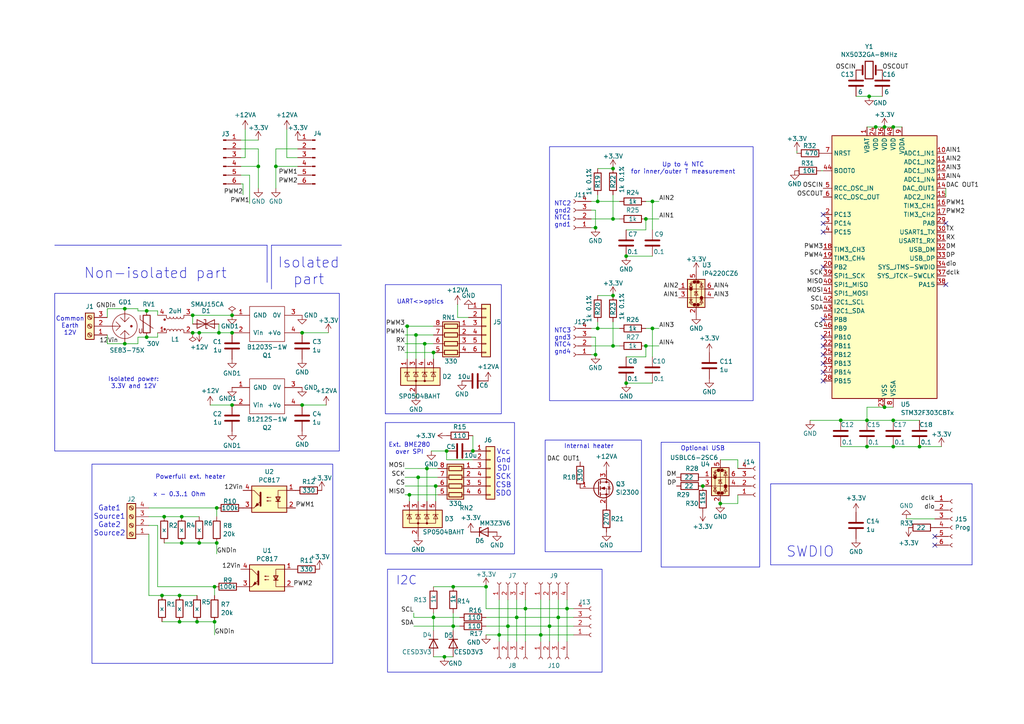
<source format=kicad_sch>
(kicad_sch (version 20250114) (generator "eeschema") (generator_version "9.0")
  (paper "A4")
  (rectangle (start 26.67 134.62) (end 96.52 192.405))
  (rectangle (start 15.875 85.09) (end 98.425 130.81))
  (rectangle (start 191.77 128.27) (end 220.345 164.465))
  (rectangle (start 112.395 165.1) (end 174.625 194.945))
  (rectangle (start 111.76 122.555) (end 149.225 160.655))
  (rectangle (start 158.115 127.635) (end 186.055 160.02))
  (rectangle (start 159.385 42.545) (end 218.44 116.205))
  (rectangle (start 111.76 82.55) (end 145.415 120.015))
  (text "Isolated power:\n3.3V and 12V" (at 38.735 111.125 0) (effects (font (size 1.27 1.27))))
  (text "x - 0.3..1 Ohm" (at 52.07 143.51 0) (effects (font (size 1.27 1.27))))
  (text "NTC2\ngnd2\nNTC1\ngnd1" (at 163.195 62.23 0) (effects (font (size 1.27 1.27))))
  (text "Ext. BME280\nover SPI" (at 118.745 130.175 0) (effects (font (size 1.27 1.27))))
  (text "Powerfull ext. heater" (at 55.245 138.43 0) (effects (font (size 1.27 1.27))))
  (text "Optional USB" (at 203.835 130.175 0) (effects (font (size 1.27 1.27))))
  (text "Up to 4 NTC\nfor inner/outer T measurement" (at 198.12 48.895 0) (effects (font (size 1.27 1.27))))
  (text "Isolated\npart" (at 89.535 78.74 0) (effects (font (size 3 3))))
  (text "I2C" (at 121.031 169.926 0) (effects (font (size 2.4892 2.4892)) (justify right bottom)))
  (text "Non-isolated part" (at 45.085 79.375 0) (effects (font (size 3 3))))
  (text "Internal heater" (at 170.815 129.54 0) (effects (font (size 1.27 1.27))))
  (text "Common\nEarth\n12V" (at 20.32 94.615 0) (effects (font (size 1.27 1.27))))
  (text "NTC3\ngnd3\nNTC4\ngnd4" (at 163.195 99.06 0) (effects (font (size 1.27 1.27))))
  (text "SWDIO" (at 227.965 161.925 0) (effects (font (size 3 3)) (justify left bottom)))
  (text "UART<>optics" (at 121.92 87.63 0) (effects (font (size 1.27 1.27))))
  (text "Gate1\nSource1\nGate2\nSource2" (at 31.75 151.13 0) (effects (font (size 1.5 1.5))))
  (text "Vcc\nGnd\nSDI\nSCK\nCSB\nSDO" (at 146.05 137.16 0) (effects (font (size 1.5 1.5))))
  (junction (at 52.705 157.48))
  (junction (at 189.23 58.42))
  (junction (at 52.705 149.86))
  (junction (at 125.73 179.07))
  (junction (at 131.445 170.18))
  (junction (at 55.88 91.44))
  (junction (at 137.16 130.81))
  (junction (at 181.61 74.295))
  (junction (at 251.46 129.54))
  (junction (at 87.63 96.52))
  (junction (at 187.325 63.5))
  (junction (at 187.325 100.33))
  (junction (at 63.5 96.52))
  (junction (at 57.785 157.48))
  (junction (at 149.86 179.07))
  (junction (at 252.095 27.94))
  (junction (at 159.385 181.61))
  (junction (at 67.31 91.44))
  (junction (at 42.545 90.17))
  (junction (at 36.195 99.695))
  (junction (at 125.73 102.235))
  (junction (at 259.08 129.54))
  (junction (at 144.78 184.15))
  (junction (at 256.54 118.11))
  (junction (at 74.93 48.26))
  (junction (at 131.445 181.61))
  (junction (at 177.8 48.895))
  (junction (at 42.545 97.79))
  (junction (at 172.72 102.87))
  (junction (at 259.08 121.92))
  (junction (at 259.08 36.83))
  (junction (at 67.31 96.52))
  (junction (at 251.46 121.92))
  (junction (at 62.865 157.48))
  (junction (at 123.19 99.695))
  (junction (at 164.465 176.53))
  (junction (at 161.925 179.07))
  (junction (at 147.32 181.61))
  (junction (at 47.625 149.86))
  (junction (at 126.365 140.97))
  (junction (at 256.54 36.83))
  (junction (at 208.915 146.05))
  (junction (at 57.785 96.52))
  (junction (at 55.88 96.52))
  (junction (at 52.07 180.34))
  (junction (at 173.355 58.42))
  (junction (at 254 36.83))
  (junction (at 140.97 170.18))
  (junction (at 67.31 117.475))
  (junction (at 181.61 111.125))
  (junction (at 129.54 130.81))
  (junction (at 123.825 135.89))
  (junction (at 243.84 121.92))
  (junction (at 189.23 95.25))
  (junction (at 62.23 180.34))
  (junction (at 128.905 190.5))
  (junction (at 87.63 117.475))
  (junction (at 62.865 147.32))
  (junction (at 156.845 184.15))
  (junction (at 266.7 129.54))
  (junction (at 46.99 172.72))
  (junction (at 120.65 97.155))
  (junction (at 177.8 85.725))
  (junction (at 80.01 48.26))
  (junction (at 118.745 143.51))
  (junction (at 177.8 100.33))
  (junction (at 62.23 170.18))
  (junction (at 172.72 66.04))
  (junction (at 36.195 89.535))
  (junction (at 173.355 95.25))
  (junction (at 203.835 140.97))
  (junction (at 52.07 172.72))
  (junction (at 152.4 176.53))
  (junction (at 118.11 94.615))
  (junction (at 177.8 63.5))
  (junction (at 57.15 180.34))
  (junction (at 121.285 138.43))
  (no_connect (at 238.76 62.23))
  (no_connect (at 238.76 77.47))
  (no_connect (at 287.02 227.965))
  (no_connect (at 287.02 231.775))
  (no_connect (at 238.76 110.49))
  (no_connect (at 238.76 102.87))
  (no_connect (at 238.76 100.33))
  (no_connect (at 274.32 64.77))
  (no_connect (at 238.76 92.71))
  (no_connect (at 287.02 219.71))
  (no_connect (at 238.76 97.79))
  (no_connect (at 304.165 224.155))
  (no_connect (at 238.76 67.31))
  (no_connect (at 304.165 231.775))
  (no_connect (at 238.76 107.95))
  (no_connect (at 238.76 105.41))
  (no_connect (at 238.76 64.77))
  (no_connect (at 271.145 158.115))
  (no_connect (at 274.32 82.55))
  (no_connect (at 304.165 227.965))
  (no_connect (at 287.02 224.155))
  (no_connect (at 304.165 219.71))
  (no_connect (at 271.145 155.575))
  (wire (pts (xy 62.865 149.86) (xy 62.865 147.32)))
  (wire (pts (xy 251.46 129.54) (xy 259.08 129.54)))
  (wire (pts (xy 117.475 94.615) (xy 118.11 94.615)))
  (wire (pts (xy 80.01 43.18) (xy 86.36 43.18)))
  (wire (pts (xy 172.72 66.04) (xy 172.72 60.96)))
  (wire (pts (xy 243.84 121.92) (xy 251.46 121.92)))
  (wire (pts (xy 173.355 48.895) (xy 177.8 48.895)))
  (wire (pts (xy 42.545 97.79) (xy 45.72 97.79)))
  (wire (pts (xy 171.45 100.33) (xy 177.8 100.33)))
  (wire (pts (xy 52.07 180.34) (xy 57.15 180.34)))
  (wire (pts (xy 63.5 93.98) (xy 63.5 96.52)))
  (polyline (pts (xy 15.875 71.12) (xy 77.47 71.12)))
  (wire (pts (xy 47.625 149.86) (xy 52.705 149.86)))
  (wire (pts (xy 117.475 138.43) (xy 121.285 138.43)))
  (wire (pts (xy 71.12 37.465) (xy 71.12 45.72)))
  (wire (pts (xy 177.8 63.5) (xy 177.8 56.515)))
  (wire (pts (xy 69.85 43.18) (xy 74.93 43.18)))
  (wire (pts (xy 140.97 176.53) (xy 152.4 176.53)))
  (wire (pts (xy 70.485 53.34) (xy 70.485 56.515)))
  (wire (pts (xy 120.015 177.8) (xy 120.015 179.07)))
  (wire (pts (xy 177.8 100.33) (xy 179.705 100.33)))
  (wire (pts (xy 147.32 181.61) (xy 159.385 181.61)))
  (wire (pts (xy 164.465 176.53) (xy 166.37 176.53)))
  (wire (pts (xy 133.35 179.07) (xy 125.73 179.07)))
  (polyline (pts (xy 78.74 71.12) (xy 99.06 71.12)))
  (wire (pts (xy 144.78 184.15) (xy 156.845 184.15)))
  (wire (pts (xy 31.115 89.535) (xy 36.195 89.535)))
  (wire (pts (xy 152.4 176.53) (xy 164.465 176.53)))
  (wire (pts (xy 189.23 95.25) (xy 191.135 95.25)))
  (wire (pts (xy 259.08 36.83) (xy 261.62 36.83)))
  (wire (pts (xy 120.65 114.935) (xy 120.65 114.3)))
  (wire (pts (xy 57.15 180.34) (xy 62.23 180.34)))
  (wire (pts (xy 147.32 181.61) (xy 147.32 186.055)))
  (wire (pts (xy 63.5 96.52) (xy 67.31 96.52)))
  (wire (pts (xy 40.005 90.17) (xy 42.545 90.17)))
  (wire (pts (xy 31.115 97.155) (xy 31.115 99.695)))
  (wire (pts (xy 173.355 85.725) (xy 177.8 85.725)))
  (wire (pts (xy 171.45 102.87) (xy 172.72 102.87)))
  (wire (pts (xy 43.18 172.72) (xy 46.99 172.72)))
  (wire (pts (xy 177.8 100.33) (xy 177.8 93.345)))
  (wire (pts (xy 55.88 96.52) (xy 57.785 96.52)))
  (wire (pts (xy 140.97 179.07) (xy 149.86 179.07)))
  (wire (pts (xy 47.625 157.48) (xy 52.705 157.48)))
  (wire (pts (xy 238.125 49.53) (xy 238.76 49.53)))
  (wire (pts (xy 72.39 50.8) (xy 72.39 59.055)))
  (wire (pts (xy 125.73 102.235) (xy 125.73 104.14)))
  (wire (pts (xy 187.325 63.5) (xy 187.325 66.675)))
  (wire (pts (xy 131.445 181.61) (xy 131.445 182.88)))
  (wire (pts (xy 164.465 173.99) (xy 164.465 176.53)))
  (wire (pts (xy 171.45 58.42) (xy 173.355 58.42)))
  (wire (pts (xy 126.365 140.97) (xy 126.365 145.415)))
  (wire (pts (xy 266.7 129.54) (xy 273.05 129.54)))
  (wire (pts (xy 40.005 90.17) (xy 40.005 89.535)))
  (wire (pts (xy 118.745 143.51) (xy 127 143.51)))
  (wire (pts (xy 118.11 94.615) (xy 125.73 94.615)))
  (wire (pts (xy 83.185 37.465) (xy 83.185 45.72)))
  (wire (pts (xy 161.925 179.07) (xy 161.925 186.055)))
  (wire (pts (xy 159.385 173.99) (xy 159.385 181.61)))
  (wire (pts (xy 140.97 181.61) (xy 147.32 181.61)))
  (wire (pts (xy 43.18 152.4) (xy 45.72 152.4)))
  (wire (pts (xy 243.84 129.54) (xy 251.46 129.54)))
  (wire (pts (xy 125.095 130.81) (xy 129.54 130.81)))
  (wire (pts (xy 231.14 43.815) (xy 231.14 44.45)))
  (wire (pts (xy 125.73 179.07) (xy 125.73 182.88)))
  (wire (pts (xy 251.46 36.83) (xy 254 36.83)))
  (wire (pts (xy 52.705 157.48) (xy 57.785 157.48)))
  (wire (pts (xy 132.715 88.265) (xy 132.715 92.075)))
  (wire (pts (xy 118.745 143.51) (xy 118.745 145.415)))
  (wire (pts (xy 213.995 143.51) (xy 213.995 146.05)))
  (wire (pts (xy 256.54 118.11) (xy 259.08 118.11)))
  (wire (pts (xy 123.825 135.89) (xy 123.825 145.415)))
  (wire (pts (xy 129.54 133.35) (xy 129.54 130.81)))
  (wire (pts (xy 117.475 143.51) (xy 118.745 143.51)))
  (wire (pts (xy 140.97 184.15) (xy 144.78 184.15)))
  (wire (pts (xy 125.73 177.8) (xy 125.73 179.07)))
  (wire (pts (xy 171.45 63.5) (xy 177.8 63.5)))
  (wire (pts (xy 137.16 133.35) (xy 129.54 133.35)))
  (wire (pts (xy 117.475 140.97) (xy 126.365 140.97)))
  (wire (pts (xy 137.16 126.365) (xy 137.16 130.81)))
  (wire (pts (xy 159.385 181.61) (xy 166.37 181.61)))
  (wire (pts (xy 43.18 149.86) (xy 47.625 149.86)))
  (wire (pts (xy 52.705 149.86) (xy 57.785 149.86)))
  (wire (pts (xy 181.61 111.125) (xy 189.23 111.125)))
  (wire (pts (xy 52.07 172.72) (xy 57.15 172.72)))
  (wire (pts (xy 80.01 54.61) (xy 80.01 48.26)))
  (wire (pts (xy 213.995 135.89) (xy 213.995 133.35)))
  (wire (pts (xy 121.285 138.43) (xy 121.285 145.415)))
  (wire (pts (xy 69.85 40.64) (xy 74.93 40.64)))
  (wire (pts (xy 117.475 135.89) (xy 123.825 135.89)))
  (polyline (pts (xy 223.52 140.335) (xy 223.52 163.83)))
  (wire (pts (xy 251.46 118.11) (xy 251.46 121.92)))
  (wire (pts (xy 45.72 170.18) (xy 62.23 170.18)))
  (wire (pts (xy 45.72 90.17) (xy 45.72 91.44)))
  (wire (pts (xy 144.78 184.15) (xy 144.78 186.055)))
  (wire (pts (xy 171.45 66.04) (xy 172.72 66.04)))
  (wire (pts (xy 156.845 184.15) (xy 166.37 184.15)))
  (wire (pts (xy 128.905 190.5) (xy 131.445 190.5)))
  (wire (pts (xy 251.46 118.11) (xy 256.54 118.11)))
  (wire (pts (xy 161.925 173.99) (xy 161.925 179.07)))
  (polyline (pts (xy 281.94 163.83) (xy 223.52 163.83)))
  (wire (pts (xy 256.54 36.83) (xy 259.08 36.83)))
  (wire (pts (xy 121.285 138.43) (xy 127 138.43)))
  (wire (pts (xy 69.85 48.26) (xy 74.93 48.26)))
  (wire (pts (xy 40.005 97.79) (xy 40.005 99.695)))
  (polyline (pts (xy 77.47 81.915) (xy 77.47 71.12)))
  (wire (pts (xy 117.475 102.235) (xy 125.73 102.235)))
  (wire (pts (xy 156.845 173.99) (xy 156.845 184.15)))
  (wire (pts (xy 189.23 58.42) (xy 191.135 58.42)))
  (wire (pts (xy 117.475 97.155) (xy 120.65 97.155)))
  (wire (pts (xy 125.73 179.07) (xy 120.015 179.07)))
  (wire (pts (xy 156.845 184.15) (xy 156.845 186.055)))
  (wire (pts (xy 31.115 99.695) (xy 36.195 99.695)))
  (wire (pts (xy 55.88 91.44) (xy 67.31 91.44)))
  (wire (pts (xy 40.005 89.535) (xy 36.195 89.535)))
  (wire (pts (xy 149.86 179.07) (xy 161.925 179.07)))
  (wire (pts (xy 62.865 157.48) (xy 62.865 160.655)))
  (wire (pts (xy 189.23 58.42) (xy 187.325 58.42)))
  (wire (pts (xy 46.99 180.34) (xy 52.07 180.34)))
  (wire (pts (xy 164.465 176.53) (xy 164.465 186.055)))
  (wire (pts (xy 69.85 53.34) (xy 70.485 53.34)))
  (wire (pts (xy 213.995 146.05) (xy 208.915 146.05)))
  (wire (pts (xy 259.08 129.54) (xy 266.7 129.54)))
  (wire (pts (xy 173.355 58.42) (xy 179.705 58.42)))
  (wire (pts (xy 131.445 181.61) (xy 133.35 181.61)))
  (wire (pts (xy 254 36.83) (xy 256.54 36.83)))
  (wire (pts (xy 43.18 147.32) (xy 62.865 147.32)))
  (wire (pts (xy 118.11 104.14) (xy 118.11 94.615)))
  (wire (pts (xy 187.325 100.33) (xy 187.325 103.505)))
  (wire (pts (xy 149.86 173.99) (xy 149.86 179.07)))
  (wire (pts (xy 172.72 60.96) (xy 171.45 60.96)))
  (wire (pts (xy 57.785 157.48) (xy 62.865 157.48)))
  (wire (pts (xy 159.385 181.61) (xy 159.385 186.055)))
  (wire (pts (xy 161.925 179.07) (xy 166.37 179.07)))
  (wire (pts (xy 42.545 90.17) (xy 45.72 90.17)))
  (polyline (pts (xy 223.52 140.335) (xy 281.94 140.335)))
  (wire (pts (xy 189.23 66.675) (xy 189.23 58.42)))
  (wire (pts (xy 40.005 99.695) (xy 36.195 99.695)))
  (wire (pts (xy 172.72 97.79) (xy 171.45 97.79)))
  (wire (pts (xy 80.01 48.26) (xy 86.36 48.26)))
  (wire (pts (xy 213.995 133.35) (xy 208.915 133.35)))
  (wire (pts (xy 152.4 173.99) (xy 152.4 176.53)))
  (wire (pts (xy 125.73 97.155) (xy 120.65 97.155)))
  (wire (pts (xy 57.785 96.52) (xy 63.5 96.52)))
  (wire (pts (xy 147.32 173.99) (xy 147.32 181.61)))
  (wire (pts (xy 189.23 95.25) (xy 187.325 95.25)))
  (wire (pts (xy 125.73 190.5) (xy 128.905 190.5)))
  (wire (pts (xy 87.63 96.52) (xy 95.25 96.52)))
  (wire (pts (xy 45.72 152.4) (xy 45.72 170.18)))
  (wire (pts (xy 173.355 95.25) (xy 179.705 95.25)))
  (wire (pts (xy 55.88 93.98) (xy 55.88 91.44)))
  (wire (pts (xy 259.08 121.92) (xy 266.7 121.92)))
  (wire (pts (xy 126.365 140.97) (xy 127 140.97)))
  (wire (pts (xy 80.01 48.26) (xy 80.01 43.18)))
  (wire (pts (xy 274.32 54.61) (xy 274.32 57.15)))
  (wire (pts (xy 140.97 170.18) (xy 140.97 176.53)))
  (wire (pts (xy 189.23 103.505) (xy 189.23 95.25)))
  (wire (pts (xy 40.005 97.79) (xy 42.545 97.79)))
  (wire (pts (xy 123.825 135.89) (xy 127 135.89)))
  (wire (pts (xy 125.73 99.695) (xy 123.19 99.695)))
  (wire (pts (xy 74.93 43.18) (xy 74.93 48.26)))
  (wire (pts (xy 120.65 97.155) (xy 120.65 104.14)))
  (wire (pts (xy 117.475 99.695) (xy 123.19 99.695)))
  (wire (pts (xy 120.015 181.61) (xy 131.445 181.61)))
  (wire (pts (xy 123.19 99.695) (xy 123.19 104.14)))
  (wire (pts (xy 46.99 172.72) (xy 52.07 172.72)))
  (wire (pts (xy 131.445 170.18) (xy 140.97 170.18)))
  (wire (pts (xy 45.72 97.79) (xy 45.72 96.52)))
  (wire (pts (xy 131.445 177.8) (xy 131.445 181.61)))
  (wire (pts (xy 87.63 117.475) (xy 94.615 117.475)))
  (wire (pts (xy 248.285 27.94) (xy 252.095 27.94)))
  (wire (pts (xy 43.18 154.94) (xy 43.18 172.72)))
  (wire (pts (xy 262.89 150.495) (xy 271.145 150.495)))
  (wire (pts (xy 144.78 173.99) (xy 144.78 184.15)))
  (wire (pts (xy 234.95 121.92) (xy 243.84 121.92)))
  (wire (pts (xy 152.4 176.53) (xy 152.4 186.055)))
  (wire (pts (xy 181.61 74.295) (xy 189.23 74.295)))
  (wire (pts (xy 125.73 170.18) (xy 131.445 170.18)))
  (wire (pts (xy 69.85 45.72) (xy 71.12 45.72)))
  (wire (pts (xy 69.85 50.8) (xy 72.39 50.8)))
  (wire (pts (xy 177.8 63.5) (xy 179.705 63.5)))
  (wire (pts (xy 252.095 27.94) (xy 255.905 27.94)))
  (wire (pts (xy 62.23 180.34) (xy 62.23 184.15)))
  (wire (pts (xy 31.115 92.075) (xy 31.115 89.535)))
  (wire (pts (xy 173.355 95.25) (xy 173.355 93.345)))
  (wire (pts (xy 60.96 117.475) (xy 67.31 117.475)))
  (polyline (pts (xy 281.94 140.335) (xy 281.94 163.83)))
  (wire (pts (xy 149.86 179.07) (xy 149.86 186.055)))
  (wire (pts (xy 171.45 95.25) (xy 173.355 95.25)))
  (wire (pts (xy 62.23 172.72) (xy 62.23 170.18)))
  (wire (pts (xy 187.325 66.675) (xy 181.61 66.675)))
  (wire (pts (xy 74.93 48.26) (xy 74.93 54.61)))
  (wire (pts (xy 132.715 92.075) (xy 135.89 92.075)))
  (wire (pts (xy 187.325 103.505) (xy 181.61 103.505)))
  (wire (pts (xy 187.325 63.5) (xy 191.135 63.5)))
  (wire (pts (xy 173.355 58.42) (xy 173.355 56.515)))
  (wire (pts (xy 172.72 102.87) (xy 172.72 97.79)))
  (wire (pts (xy 83.185 45.72) (xy 86.36 45.72)))
  (wire (pts (xy 187.325 100.33) (xy 191.135 100.33)))
  (polyline (pts (xy 78.74 83.82) (xy 78.74 71.12)))
  (wire (pts (xy 251.46 121.92) (xy 259.08 121.92)))
  (label "DP" (at 196.215 140.97 180))
  (label "AIN2" (at 274.32 46.99 0))
  (label "AIN2" (at 196.85 83.82 180))
  (label "AIN3" (at 191.135 95.25 0))
  (label "GNDin" (at 33.655 89.535 180))
  (label "12Vin" (at 70.485 142.24 180))
  (label "AIN1" (at 191.135 63.5 0))
  (label "PWM2" (at 86.36 53.34 180))
  (label "PWM3" (at 238.76 72.39 180))
  (label "SCL" (at 120.015 177.8 180))
  (label "AIN1" (at 196.85 86.36 180))
  (label "AIN3" (at 274.32 49.53 0))
  (label "12Vin" (at 69.85 165.1 180))
  (label "RX" (at 117.475 99.695 180))
  (label "DM" (at 196.215 138.43 180))
  (label "PWM1" (at 85.725 147.32 0))
  (label "GNDin" (at 62.23 184.15 0))
  (label "SCL" (at 238.76 87.63 180))
  (label "MOSI" (at 117.475 135.89 180))
  (label "OSCOUT" (at 238.76 57.15 180))
  (label "AIN4" (at 207.01 83.82 0))
  (label "SDA" (at 238.76 90.17 180))
  (label "DP" (at 274.32 74.93 0))
  (label "CS" (at 238.76 95.25 180))
  (label "MISO" (at 117.475 143.51 180))
  (label "PWM1" (at 274.32 59.69 0))
  (label "DAC OUT1" (at 274.32 54.61 0))
  (label "dio" (at 271.145 147.955 180))
  (label "PWM3" (at 117.475 94.615 180))
  (label "PWM4" (at 238.76 74.93 180))
  (label "PWM2" (at 274.32 62.23 0))
  (label "dclk" (at 274.32 80.01 0))
  (label "RX" (at 274.32 69.85 0))
  (label "PWM1" (at 72.39 59.055 180))
  (label "SCK" (at 117.475 138.43 180))
  (label "OSCOUT" (at 255.905 20.32 0))
  (label "GNDin" (at 62.865 160.655 0))
  (label "MISO" (at 238.76 82.55 180))
  (label "AIN4" (at 191.135 100.33 0))
  (label "SCK" (at 238.76 80.01 180))
  (label "DAC OUT1" (at 168.275 133.985 180))
  (label "DM" (at 274.32 72.39 0))
  (label "dclk" (at 271.145 145.415 180))
  (label "OSCIN" (at 238.76 54.61 180))
  (label "AIN2" (at 191.135 58.42 0))
  (label "TX" (at 274.32 67.31 0))
  (label "OSCIN" (at 248.285 20.32 180))
  (label "TX" (at 117.475 102.235 180))
  (label "CS" (at 117.475 140.97 180))
  (label "PWM2" (at 85.09 170.18 0))
  (label "AIN3" (at 207.01 86.36 0))
  (label "PWM1" (at 86.36 50.8 180))
  (label "AIN4" (at 274.32 52.07 0))
  (label "12Vin" (at 34.29 99.695 180))
  (label "PWM2" (at 70.485 56.515 180))
  (label "MOSI" (at 238.76 85.09 180))
  (label "dio" (at 274.32 77.47 0))
  (label "AIN1" (at 274.32 44.45 0))
  (label "SDA" (at 120.015 181.61 180))
  (label "PWM4" (at 117.475 97.155 180))
  (symbol (lib_id "power:GND") (at 234.95 121.92 0) (unit 1)
    (property "Reference" "#PWR050" (effects (hide yes)))
    (property "Value" "GND" (at 234.95 125.73 0))
  )
  (symbol (lib_id "Device:R") (at 234.315 49.53 270) (unit 1)
    (property "Reference" "R31" (at 232.283 47.371 90) (effects (justify left)))
    (property "Value" "10k" (at 232.791 49.53 90) (effects (justify left)))
    (property "Footprint" "Resistor_SMD:R_0603_1608Metric_Pad0.98x0.95mm_HandSolder" (effects (hide yes)))
  )
  (symbol (lib_id "power:GND") (at 230.505 49.53 0) (unit 1)
    (property "Reference" "#PWR048" (effects (hide yes)))
    (property "Value" "GND" (at 230.505 53.34 0))
  )
  (symbol (lib_id "Device:D") (at 131.445 186.69 270) (unit 1)
    (property "Reference" "D5" (at 128.778 184.277 90) (effects (justify left)))
    (property "Value" "CESD3V3" (at 131.572 189.103 90) (effects (justify left)))
    (property "Footprint" "Diode_SMD:D_0805_2012Metric_Pad1.15x1.40mm_HandSolder" (effects (hide yes)))
  )
  (symbol (lib_id "Device:R") (at 137.16 179.07 270) (unit 1)
    (property "Reference" "R16" (at 135.89 177.038 90) (effects (justify left)))
    (property "Value" "110" (at 135.636 179.07 90) (effects (justify left)))
    (property "Footprint" "Resistor_SMD:R_0603_1608Metric_Pad0.98x0.95mm_HandSolder" (effects (hide yes)))
  )
  (symbol (lib_id "Device:R") (at 137.16 181.61 270) (unit 1)
    (property "Reference" "R17" (at 136.144 183.769 90) (effects (justify left)))
    (property "Value" "110" (at 135.636 181.61 90) (effects (justify left)))
    (property "Footprint" "Resistor_SMD:R_0603_1608Metric_Pad0.98x0.95mm_HandSolder" (effects (hide yes)))
  )
  (symbol (lib_id "Device:R") (at 125.73 173.99 180) (unit 1)
    (property "Reference" "R13" (at 123.825 173.99 0) (effects (justify left)))
    (property "Value" "1k" (at 125.73 172.466 90) (effects (justify left)))
    (property "Footprint" "Resistor_SMD:R_0603_1608Metric_Pad0.98x0.95mm_HandSolder" (effects (hide yes)))
  )
  (symbol (lib_id "Device:D") (at 125.73 186.69 270) (unit 1)
    (property "Reference" "D4" (at 122.555 184.15 90) (effects (justify left)))
    (property "Value" "CESD3V3" (at 116.586 189.103 90) (effects (justify left)))
    (property "Footprint" "Diode_SMD:D_0805_2012Metric_Pad1.15x1.40mm_HandSolder" (effects (hide yes)))
  )
  (symbol (lib_id "power:GND") (at 128.905 190.5 0) (unit 1)
    (property "Reference" "#PWR024" (effects (hide yes)))
    (property "Value" "GND" (at 132.08 192.405 0))
  )
  (symbol (lib_id "Device:R") (at 131.445 173.99 180) (unit 1)
    (property "Reference" "R14" (at 136.398 174.371 0) (effects (justify left)))
    (property "Value" "1k" (at 131.445 172.466 90) (effects (justify left)))
    (property "Footprint" "Resistor_SMD:R_0603_1608Metric_Pad0.98x0.95mm_HandSolder" (effects (hide yes)))
  )
  (symbol (lib_id "power:GND") (at 140.97 184.15 0) (unit 1)
    (property "Reference" "#PWR031" (effects (hide yes)))
    (property "Value" "GND" (at 137.414 186.309 0))
  )
  (symbol (lib_id "power:+3.3V") (at 263.525 153.035 180) (unit 1)
    (property "Reference" "#PWR056" (effects (hide yes)))
    (property "Value" "+3.3V" (at 263.525 157.4784 0))
  )
  (symbol (lib_id "Transistor_FET:Q_NMOS_GSD") (at 173.355 141.605 0) (unit 1)
    (property "Reference" "Q3" (at 178.562 140.3928 0) (effects (justify left)))
    (property "Value" "SI2300" (at 178.562 142.8171 0) (effects (justify left)))
    (property "Footprint" "Package_TO_SOT_SMD:SOT-23_Handsoldering" (effects (hide yes)))
    (property "Description" "N-MOSFET transistor, gate/source/drain" (effects (hide yes)))
  )
  (symbol (lib_id "Device:C") (at 133.35 130.81 90) (unit 1)
    (property "Reference" "C5" (at 130.81 129.54 90))
    (property "Value" "10u" (at 136.525 132.08 90))
    (property "Footprint" "Capacitor_SMD:C_0805_2012Metric_Pad1.18x1.45mm_HandSolder" (effects (hide yes)))
    (property "Description" "Unpolarized capacitor" (effects (hide yes)))
  )
  (symbol (lib_id "power:GND") (at 87.63 125.095 0) (unit 1)
    (property "Reference" "#PWR016" (effects (hide yes)))
    (property "Value" "GND" (at 87.63 128.905 0))
  )
  (symbol (lib_id "Device:R") (at 200.025 140.97 270) (unit 1)
    (property "Reference" "R29" (at 196.215 143.51 90) (effects (justify left)))
    (property "Value" "22" (at 198.501 140.97 90) (effects (justify left)))
    (property "Footprint" "Resistor_SMD:R_0603_1608Metric_Pad0.98x0.95mm_HandSolder" (effects (hide yes)))
  )
  (symbol (lib_id "power:+12V") (at 60.96 117.475 0) (unit 1)
    (property "Reference" "#PWR02" (effects (hide yes)))
    (property "Value" "+12V" (at 60.96 113.3419 0))
    (property "Description" "Power symbol creates a global label with name \"+12V\"" (effects (hide yes)))
  )
  (symbol (lib_id "Connector:Conn_01x04_Socket") (at 219.075 140.97 0) (mirror x) (unit 1)
    (property "Reference" "J14" (at 217.17 133.985 0))
    (property "Value" "Conn_01x04_Socket" (effects (hide yes)))
    (property "Footprint" "Connector_JST:JST_PH_B4B-PH-K_1x04_P2.00mm_Vertical" (effects (hide yes)))
    (property "Description" "Generic connector, single row, 01x04, script generated" (effects (hide yes)))
  )
  (symbol (lib_id "power:+3.3V") (at 92.71 165.1 0) (unit 1)
    (property "Reference" "#PWR017" (effects (hide yes)))
    (property "Value" "+3.3V" (at 92.71 161.5242 0))
  )
  (symbol (lib_id "power:+3.3V") (at 203.835 148.59 180) (unit 1)
    (property "Reference" "#PWR044" (effects (hide yes)))
    (property "Value" "+3.3V" (at 203.835 152.7231 0))
  )
  (symbol (lib_id "power:GND") (at 172.72 102.87 0) (unit 1)
    (property "Reference" "#PWR035" (effects (hide yes)))
    (property "Value" "GND" (at 172.72 106.68 0))
  )
  (symbol (lib_id "power:+3.3V") (at 273.05 129.54 0) (unit 1)
    (property "Reference" "#PWR057" (effects (hide yes)))
    (property "Value" "+3.3V" (at 273.05 125.9642 0))
  )
  (symbol (lib_id "Device:R") (at 267.335 153.035 270) (unit 1)
    (property "Reference" "R33" (at 260.985 151.765 90) (effects (justify left)))
    (property "Value" "22" (at 265.811 153.035 90) (effects (justify left)))
    (property "Footprint" "Resistor_SMD:R_0603_1608Metric_Pad0.98x0.95mm_HandSolder" (effects (hide yes)))
  )
  (symbol (lib_id "power:+3.3V") (at 136.525 154.305 0) (unit 1)
    (property "Reference" "#PWR029" (effects (hide yes)))
    (property "Value" "+3.3V" (at 136.525 150.1719 0))
  )
  (symbol (lib_id "Device:C") (at 248.285 152.4 0) (unit 1)
    (property "Reference" "C14" (at 251.206 151.1878 0) (effects (justify left)))
    (property "Value" "1u" (at 251.206 153.6121 0) (effects (justify left)))
    (property "Footprint" "Capacitor_SMD:C_0805_2012Metric_Pad1.18x1.45mm_HandSolder" (effects (hide yes)))
    (property "Description" "Unpolarized capacitor" (effects (hide yes)))
  )
  (symbol (lib_id "Connector:Conn_01x06_Socket") (at 276.225 150.495 0) (unit 1)
    (property "Reference" "J15" (at 276.9362 150.5528 0) (effects (justify left)))
    (property "Value" "Prog" (at 276.9362 152.9771 0) (effects (justify left)))
    (property "Footprint" "Connector_PinSocket_1.27mm:PinSocket_1x06_P1.27mm_Vertical" (effects (hide yes)))
    (property "Description" "Generic connector, single row, 01x06, script generated" (effects (hide yes)))
  )
  (symbol (lib_id "Connector:Conn_01x04_Socket") (at 171.45 181.61 0) (mirror x) (unit 1)
    (property "Reference" "J13" (at 169.545 174.625 0))
    (property "Value" "Conn_01x04_Socket" (effects (hide yes)))
    (property "Footprint" "Connector_JST:JST_PH_B4B-PH-K_1x04_P2.00mm_Vertical" (effects (hide yes)))
    (property "Description" "Generic connector, single row, 01x04, script generated" (effects (hide yes)))
  )
  (symbol (lib_id "Power_Protection:USBLC6-2SC6") (at 201.93 83.82 0) (unit 1)
    (property "Reference" "U3" (at 203.5811 76.8815 0) (effects (justify left)))
    (property "Value" "IP4220CZ6" (at 203.5811 79.3058 0) (effects (justify left)))
    (property "Footprint" "Package_TO_SOT_SMD:SOT-23-6" (effects (hide yes)))
    (property "Datasheet" "https://www.st.com/resource/en/datasheet/usblc6-2.pdf" (effects (hide yes)))
    (property "Description" "Very low capacitance ESD protection diode, 2 data-line, SOT-23-6" (effects (hide yes)))
  )
  (symbol (lib_id "power:+3.3V") (at 231.14 43.815 0) (unit 1)
    (property "Reference" "#PWR049" (effects (hide yes)))
    (property "Value" "+3.3V" (at 231.14 40.2392 0))
  )
  (symbol (lib_id "Device:R") (at 183.515 63.5 90) (unit 1)
    (property "Reference" "R25" (at 183.515 60.96 90))
    (property "Value" "1k" (at 183.515 63.5 90))
    (property "Footprint" "Resistor_SMD:R_0603_1608Metric_Pad0.98x0.95mm_HandSolder" (effects (hide yes)))
    (property "Description" "Resistor" (effects (hide yes)))
  )
  (symbol (lib_id "elements:B0x0xS-1W") (at 77.47 114.935 0) (mirror x) (unit 1)
    (property "Reference" "Q2" (at 77.47 124.0325 0))
    (property "Value" "B1212S-1W" (at 77.47 121.6082 0))
    (property "Footprint" "my_footprints:B0x0xS" (effects (hide yes)))
    (property "Description" "isolated DC-DC" (effects (hide yes)))
  )
  (symbol (lib_id "power:GND") (at 262.89 150.495 180) (unit 1)
    (property "Reference" "#PWR055" (effects (hide yes)))
    (property "Value" "GND" (at 262.89 146.685 0))
  )
  (symbol (lib_id "Connector:Screw_Terminal_01x03") (at 26.035 94.615 180) (unit 1)
    (property "Reference" "J1" (at 26.035 88.9 0))
    (property "Value" "Conn_01x03_Pin" (effects (hide yes)))
    (property "Footprint" "TerminalBlock_Phoenix:TerminalBlock_Phoenix_MKDS-1,5-3_1x03_P5.00mm_Horizontal" (effects (hide yes)))
    (property "Description" "Generic screw terminal, single row, 01x03, script generated (kicad-library-utils/schlib/autogen/connector/)" (effects (hide yes)))
  )
  (symbol (lib_id "Device:R_Pack04") (at 130.81 99.695 90) (mirror x) (unit 1)
    (property "Reference" "RN1" (at 130.175 92.075 90))
    (property "Value" "330" (at 130.81 104.775 90))
    (property "Footprint" "Resistor_SMD:R_Array_Convex_4x0603" (effects (hide yes)))
  )
  (symbol (lib_id "Connector:Conn_01x04_Socket") (at 166.37 100.33 180) (unit 1)
    (property "Reference" "J12" (at 168.275 93.345 0))
    (property "Value" "Conn_01x04_Socket" (effects (hide yes)))
    (property "Footprint" "Connector_JST:JST_PH_B4B-PH-K_1x04_P2.00mm_Vertical" (effects (hide yes)))
    (property "Description" "Generic connector, single row, 01x04, script generated" (effects (hide yes)))
  )
  (symbol (lib_id "power:GND") (at 208.915 146.05 0) (unit 1)
    (property "Reference" "#PWR047" (effects (hide yes)))
    (property "Value" "GND" (at 208.915 149.86 0))
  )
  (symbol (lib_id "power:+12VA") (at 141.605 110.49 0) (unit 1)
    (property "Reference" "#PWR032" (effects (hide yes)))
    (property "Value" "+12VA" (at 141.605 106.3569 0))
    (property "Description" "Power symbol creates a global label with name \"+12VA\"" (effects (hide yes)))
  )
  (symbol (lib_id "power:GND1") (at 67.31 104.14 0) (unit 1)
    (property "Reference" "#PWR04" (effects (hide yes)))
    (property "Value" "GND1" (at 67.31 108.2731 0))
    (property "Description" "Power symbol creates a global label with name \"GND1\" , ground" (effects (hide yes)))
  )
  (symbol (lib_id "MCU_ST_STM32F3:STM32F303CBTx") (at 256.54 77.47 0) (unit 1)
    (property "Reference" "U5" (at 261.2233 117.2901 0) (effects (justify left)))
    (property "Value" "STM32F303CBTx" (at 261.2233 119.7144 0) (effects (justify left)))
    (property "Footprint" "Package_QFP:LQFP-48_7x7mm_P0.5mm" (effects (hide yes)))
    (property "Datasheet" "https://www.st.com/resource/en/datasheet/stm32f303cb.pdf" (effects (hide yes)))
    (property "Description" "STMicroelectronics Arm Cortex-M4 MCU, 128KB flash, 40KB RAM, 72 MHz, 2.0-3.6V, 37 GPIO, LQFP48" (effects (hide yes)))
    (pin "32" (alternate "USB_DM"))
    (pin "37" (alternate "SYS_JTCK-SWCLK"))
    (pin "42" (alternate "I2C1_SCL"))
    (pin "43" (alternate "I2C1_SDA"))
    (pin "13" (alternate "ADC1_IN4"))
    (pin "33" (alternate "USB_DP"))
    (pin "19" (alternate "TIM3_CH4"))
    (pin "12" (alternate "ADC1_IN3"))
    (pin "30" (alternate "USART1_TX"))
    (pin "5" (alternate "RCC_OSC_IN"))
    (pin "40" (alternate "SPI1_MISO"))
    (pin "10" (alternate "ADC1_IN1"))
    (pin "41" (alternate "SPI1_MOSI"))
    (pin "18" (alternate "TIM3_CH3"))
    (pin "15" (alternate "ADC2_IN2"))
    (pin "6" (alternate "RCC_OSC_OUT"))
    (pin "14" (alternate "DAC_OUT1"))
    (pin "11" (alternate "ADC1_IN2"))
    (pin "34" (alternate "SYS_JTMS-SWDIO"))
    (pin "31" (alternate "USART1_RX"))
    (pin "39" (alternate "SPI1_SCK"))
    (pin "17" (alternate "TIM3_CH2"))
    (pin "16" (alternate "TIM3_CH1"))
  )
  (symbol (lib_id "power:GND") (at 80.01 54.61 0) (unit 1)
    (property "Reference" "#PWR010" (effects (hide yes)))
    (property "Value" "GND" (at 80.01 58.42 0))
  )
  (symbol (lib_id "power:+3.3V") (at 86.36 40.64 0) (unit 1)
    (property "Reference" "#PWR012" (effects (hide yes)))
    (property "Value" "+3.3V" (at 86.36 37.0642 0))
  )
  (symbol (lib_id "Connector:Conn_01x06_Pin") (at 91.44 45.72 0) (mirror y) (unit 1)
    (property "Reference" "J4" (at 92.075 38.735 0))
    (property "Value" "Conn_01x04_Socket" (effects (hide yes)))
    (property "Footprint" "Connector_PinHeader_2.54mm:PinHeader_1x06_P2.54mm_Vertical" (effects (hide yes)))
    (property "Description" "Generic connector, single row, 01x06, script generated" (effects (hide yes)))
  )
  (symbol (lib_id "power:+3.3V") (at 177.8 85.725 0) (unit 1)
    (property "Reference" "#PWR039" (effects (hide yes)))
    (property "Value" "+3.3V" (at 177.8 82.1492 0))
  )
  (symbol (lib_id "Isolator:PC817") (at 77.47 167.64 0) (mirror y) (unit 1)
    (property "Reference" "U1" (at 77.47 159.6855 0))
    (property "Value" "PC817" (at 77.47 162.1098 0))
    (property "Footprint" "Package_DIP:DIP-4_W7.62mm" (effects (hide yes)))
    (property "Datasheet" "http://www.soselectronic.cz/a_info/resource/d/pc817.pdf" (effects (hide yes)))
    (property "Description" "DC Optocoupler, Vce 35V, CTR 50-300%, DIP-4" (effects (hide yes)))
  )
  (symbol (lib_id "Device:R") (at 47.625 153.67 0) (unit 1)
    (property "Reference" "R2" (at 48.895 152.4 0) (effects (justify left)))
    (property "Value" "x" (at 46.99 153.67 0) (effects (justify left)))
    (property "Footprint" "Resistor_SMD:R_2010_5025Metric_Pad1.40x2.65mm_HandSolder" (effects (hide yes)))
    (property "Description" "Resistor" (effects (hide yes)))
  )
  (symbol (lib_id "Device:C") (at 181.61 107.315 180) (unit 1)
    (property "Reference" "C8" (at 183.515 104.775 0))
    (property "Value" "0.1" (at 183.515 109.855 0))
    (property "Footprint" "Capacitor_SMD:C_0603_1608Metric_Pad1.08x0.95mm_HandSolder" (effects (hide yes)))
    (property "Description" "Unpolarized capacitor" (effects (hide yes)))
  )
  (symbol (lib_id "Device:C") (at 255.905 24.13 0) (unit 1)
    (property "Reference" "C16" (at 257.81 21.59 0))
    (property "Value" "6" (at 257.175 26.67 0))
    (property "Footprint" "Capacitor_SMD:C_0603_1608Metric_Pad1.08x0.95mm_HandSolder" (effects (hide yes)))
    (property "Description" "Unpolarized capacitor" (effects (hide yes)))
  )
  (symbol (lib_id "Device:R_Pack04") (at 132.08 140.97 90) (mirror x) (unit 1)
    (property "Reference" "RN2" (at 135.255 147.32 90))
    (property "Value" "330" (at 132.08 146.05 90))
    (property "Footprint" "Resistor_SMD:R_Array_Convex_4x0603" (effects (hide yes)))
  )
  (symbol (lib_id "Device:R") (at 173.355 52.705 180) (unit 1)
    (property "Reference" "R19" (at 173.355 52.705 90))
    (property "Value" "1k 0.1%" (at 170.815 52.705 90))
    (property "Footprint" "Resistor_SMD:R_0805_2012Metric_Pad1.20x1.40mm_HandSolder" (effects (hide yes)))
    (property "Description" "Resistor" (effects (hide yes)))
  )
  (symbol (lib_id "power:+12VA") (at 71.12 37.465 0) (unit 1)
    (property "Reference" "#PWR07" (effects (hide yes)))
    (property "Value" "+12VA" (at 71.12 33.3319 0))
    (property "Description" "Power symbol creates a global label with name \"+12VA\"" (effects (hide yes)))
  )
  (symbol (lib_id "power:+3.3V") (at 177.8 48.895 0) (unit 1)
    (property "Reference" "#PWR038" (effects (hide yes)))
    (property "Value" "+3.3V" (at 177.8 45.3192 0))
  )
  (symbol (lib_id "Device:R") (at 234.95 44.45 270) (unit 1)
    (property "Reference" "R32" (at 232.918 42.291 90) (effects (justify left)))
    (property "Value" "470" (at 233.426 44.45 90) (effects (justify left)))
    (property "Footprint" "Resistor_SMD:R_0603_1608Metric_Pad0.98x0.95mm_HandSolder" (effects (hide yes)))
  )
  (symbol (lib_id "Connector_Generic:Conn_01x01") (at 309.245 231.775 0) (unit 1)
    (property "Reference" "J23" (effects (hide yes)))
    (property "Value" "hole" (at 311.277 231.775 0) (effects (justify left)))
    (property "Footprint" "MountingHole:MountingHole_3.2mm_M3_ISO14580_Pad_TopBottom" (effects (hide yes)))
    (property "Description" "Generic connector, single row, 01x01, script generated (kicad-library-utils/schlib/autogen/connector/)" (effects (hide yes)))
  )
  (symbol (lib_id "Device:C") (at 248.285 24.13 0) (unit 1)
    (property "Reference" "C13" (at 245.745 21.59 0))
    (property "Value" "6" (at 249.555 26.67 0))
    (property "Footprint" "Capacitor_SMD:C_0603_1608Metric_Pad1.08x0.95mm_HandSolder" (effects (hide yes)))
    (property "Description" "Unpolarized capacitor" (effects (hide yes)))
  )
  (symbol (lib_id "power:GND") (at 125.095 130.81 0) (unit 1)
    (property "Reference" "#PWR023" (effects (hide yes)))
    (property "Value" "GND" (at 125.095 134.62 0))
  )
  (symbol (lib_id "Power_Protection:USBLC6-2SC6") (at 208.915 138.43 0) (unit 1)
    (property "Reference" "U4" (at 203.2 134.62 0) (effects (justify left)))
    (property "Value" "USBLC6-2SC6" (at 194.31 132.715 0) (effects (justify left)))
    (property "Footprint" "Package_TO_SOT_SMD:SOT-23-6" (effects (hide yes)))
    (property "Datasheet" "https://www.st.com/resource/en/datasheet/usblc6-2.pdf" (effects (hide yes)))
    (property "Description" "Very low capacitance ESD protection diode, 2 data-line, SOT-23-6" (effects (hide yes)))
  )
  (symbol (lib_id "power:+3.3V") (at 129.54 126.365 90) (unit 1)
    (property "Reference" "#PWR025" (effects (hide yes)))
    (property "Value" "+3.3V" (at 126.365 126.365 90) (effects (justify left)))
  )
  (symbol (lib_id "Device:C") (at 266.7 125.73 180) (unit 1)
    (property "Reference" "C18" (at 268.605 123.19 0))
    (property "Value" "0.1" (at 268.605 128.27 0))
    (property "Footprint" "Capacitor_SMD:C_0603_1608Metric_Pad1.08x0.95mm_HandSolder" (effects (hide yes)))
    (property "Description" "Unpolarized capacitor" (effects (hide yes)))
  )
  (symbol (lib_id "power:+3.3V") (at 248.285 148.59 0) (unit 1)
    (property "Reference" "#PWR051" (effects (hide yes)))
    (property "Value" "+3.3V" (at 248.285 144.4569 0))
  )
  (symbol (lib_id "power:+3.3V") (at 201.93 78.74 0) (unit 1)
    (property "Reference" "#PWR042" (effects (hide yes)))
    (property "Value" "+3.3V" (at 201.93 75.1642 0))
  )
  (symbol (lib_id "Device:C") (at 137.795 110.49 270) (unit 1)
    (property "Reference" "C6" (at 140.335 111.76 90))
    (property "Value" "10u" (at 134.62 109.22 90))
    (property "Footprint" "Capacitor_SMD:C_0805_2012Metric_Pad1.18x1.45mm_HandSolder" (effects (hide yes)))
    (property "Description" "Unpolarized capacitor" (effects (hide yes)))
  )
  (symbol (lib_id "power:+3.3V") (at 74.93 40.64 0) (unit 1)
    (property "Reference" "#PWR08" (effects (hide yes)))
    (property "Value" "+3.3V" (at 74.93 37.0642 0))
  )
  (symbol (lib_id "Isolator:PC817") (at 78.105 144.78 0) (mirror y) (unit 1)
    (property "Reference" "U2" (at 78.105 136.8255 0))
    (property "Value" "PC817" (at 78.105 139.2498 0))
    (property "Footprint" "Package_DIP:DIP-4_W7.62mm" (effects (hide yes)))
    (property "Datasheet" "http://www.soselectronic.cz/a_info/resource/d/pc817.pdf" (effects (hide yes)))
    (property "Description" "DC Optocoupler, Vce 35V, CTR 50-300%, DIP-4" (effects (hide yes)))
  )
  (symbol (lib_id "Device:C") (at 251.46 125.73 180) (unit 1)
    (property "Reference" "C15" (at 253.365 123.19 0))
    (property "Value" "0.1" (at 253.365 128.27 0))
    (property "Footprint" "Capacitor_SMD:C_0603_1608Metric_Pad1.08x0.95mm_HandSolder" (effects (hide yes)))
    (property "Description" "Unpolarized capacitor" (effects (hide yes)))
  )
  (symbol (lib_id "Connector_Generic:Conn_01x01") (at 309.245 224.155 0) (unit 1)
    (property "Reference" "J21" (effects (hide yes)))
    (property "Value" "hole" (at 311.277 224.155 0) (effects (justify left)))
    (property "Footprint" "MountingHole:MountingHole_3.2mm_M3_ISO14580_Pad_TopBottom" (effects (hide yes)))
    (property "Description" "Generic connector, single row, 01x01, script generated (kicad-library-utils/schlib/autogen/connector/)" (effects (hide yes)))
  )
  (symbol (lib_id "Device:R") (at 89.535 142.24 90) (unit 1)
    (property "Reference" "R12" (at 89.535 139.7 90))
    (property "Value" "330" (at 89.535 142.24 90))
    (property "Footprint" "Resistor_SMD:R_0603_1608Metric_Pad0.98x0.95mm_HandSolder" (effects (hide yes)))
    (property "Description" "Resistor" (effects (hide yes)))
  )
  (symbol (lib_id "power:GND") (at 252.095 27.94 0) (unit 1)
    (property "Reference" "#PWR053" (effects (hide yes)))
    (property "Value" "GND" (at 255.27 29.845 0))
  )
  (symbol (lib_id "power:+12VA") (at 94.615 117.475 0) (unit 1)
    (property "Reference" "#PWR019" (effects (hide yes)))
    (property "Value" "+12VA" (at 94.615 113.3419 0))
    (property "Description" "Power symbol creates a global label with name \"+12VA\"" (effects (hide yes)))
  )
  (symbol (lib_id "Device:R") (at 173.355 89.535 180) (unit 1)
    (property "Reference" "R20" (at 173.355 89.535 90))
    (property "Value" "1k 0.1%" (at 170.815 89.535 90))
    (property "Footprint" "Resistor_SMD:R_0805_2012Metric_Pad1.20x1.40mm_HandSolder" (effects (hide yes)))
    (property "Description" "Resistor" (effects (hide yes)))
  )
  (symbol (lib_id "Device:R") (at 52.07 176.53 0) (unit 1)
    (property "Reference" "R3" (at 53.34 175.26 0) (effects (justify left)))
    (property "Value" "x" (at 51.435 176.53 0) (effects (justify left)))
    (property "Footprint" "Resistor_SMD:R_2010_5025Metric_Pad1.40x2.65mm_HandSolder" (effects (hide yes)))
    (property "Description" "Resistor" (effects (hide yes)))
  )
  (symbol (lib_id "power:GND1") (at 67.31 91.44 0) (unit 1)
    (property "Reference" "#PWR03" (effects (hide yes)))
    (property "Value" "GND1" (at 66.675 94.615 0))
    (property "Description" "Power symbol creates a global label with name \"GND1\" , ground" (effects (hide yes)))
  )
  (symbol (lib_id "Device:L_Coupled_1243") (at 50.8 93.98 0) (mirror x) (unit 1)
    (property "Reference" "L1" (at 50.8 98.425 0))
    (property "Value" "2uH" (at 50.8 90.17 0))
    (property "Footprint" "Inductor_THT:L_CommonMode_Wuerth_WE-CMB-S" (effects (hide yes)))
    (property "Description" "Coupled inductor" (effects (hide yes)))
  )
  (symbol (lib_id "power:GND") (at 144.145 154.305 0) (unit 1)
    (property "Reference" "#PWR033" (effects (hide yes)))
    (property "Value" "GND" (at 144.145 158.115 0))
  )
  (symbol (lib_id "Device:GDT_3Pin") (at 36.195 94.615 0) (unit 1)
    (property "Reference" "GD1" (at 34.29 87.63 0) (effects (justify left)))
    (property "Value" "SE83-75X" (at 31.75 101.6 0) (effects (justify left)))
    (property "Footprint" "my_footprints:SE83-GDS" (effects (hide yes)))
    (property "Description" "Gas Discharge Tube with 3 Pins" (effects (hide yes)))
  )
  (symbol (lib_id "Device:R") (at 57.785 153.67 0) (unit 1)
    (property "Reference" "R6" (at 59.055 151.765 0) (effects (justify left)))
    (property "Value" "x" (at 57.15 153.67 0) (effects (justify left)))
    (property "Footprint" "Resistor_SMD:R_2010_5025Metric_Pad1.40x2.65mm_HandSolder" (effects (hide yes)))
    (property "Description" "Resistor" (effects (hide yes)))
  )
  (symbol (lib_id "Device:R") (at 46.99 176.53 0) (unit 1)
    (property "Reference" "R1" (at 48.26 175.26 0) (effects (justify left)))
    (property "Value" "x" (at 46.355 176.53 0) (effects (justify left)))
    (property "Footprint" "Resistor_SMD:R_2010_5025Metric_Pad1.40x2.65mm_HandSolder" (effects (hide yes)))
    (property "Description" "Resistor" (effects (hide yes)))
  )
  (symbol (lib_id "Device:R") (at 57.15 176.53 0) (unit 1)
    (property "Reference" "R5" (at 58.42 174.625 0) (effects (justify left)))
    (property "Value" "x" (at 56.515 176.53 0) (effects (justify left)))
    (property "Footprint" "Resistor_SMD:R_2010_5025Metric_Pad1.40x2.65mm_HandSolder" (effects (hide yes)))
    (property "Description" "Resistor" (effects (hide yes)))
  )
  (symbol (lib_id "Device:R") (at 183.515 58.42 90) (unit 1)
    (property "Reference" "R24" (at 183.515 55.88 90))
    (property "Value" "1k" (at 183.515 58.42 90))
    (property "Footprint" "Resistor_SMD:R_0603_1608Metric_Pad0.98x0.95mm_HandSolder" (effects (hide yes)))
    (property "Description" "Resistor" (effects (hide yes)))
  )
  (symbol (lib_id "Connector:Conn_01x04_Socket") (at 147.32 168.91 90) (unit 1)
    (property "Reference" "J7" (at 148.59 167.005 90))
    (property "Value" "Conn_01x04_Socket" (effects (hide yes)))
    (property "Footprint" "Connector_JST:JST_PH_B4B-PH-K_1x04_P2.00mm_Vertical" (effects (hide yes)))
    (property "Description" "Generic connector, single row, 01x04, script generated" (effects (hide yes)))
  )
  (symbol (lib_id "Device:C") (at 181.61 70.485 180) (unit 1)
    (property "Reference" "C7" (at 183.515 67.945 0))
    (property "Value" "0.1" (at 183.515 73.025 0))
    (property "Footprint" "Capacitor_SMD:C_0603_1608Metric_Pad1.08x0.95mm_HandSolder" (effects (hide yes)))
    (property "Description" "Unpolarized capacitor" (effects (hide yes)))
  )
  (symbol (lib_id "power:+3.3V") (at 140.97 170.18 0) (unit 1)
    (property "Reference" "#PWR030" (effects (hide yes)))
    (property "Value" "+3.3V" (at 140.97 166.6042 0))
  )
  (symbol (lib_name "B0x0xS-1W_1") (lib_id "elements:B0x0xS-1W") (at 77.47 93.98 0) (mirror x) (unit 1)
    (property "Reference" "Q1" (at 77.47 103.0775 0))
    (property "Value" "B1203S-1W" (at 77.47 100.6532 0))
    (property "Footprint" "my_footprints:B0x0xS" (effects (hide yes)))
    (property "Description" "isolated DC-DC" (effects (hide yes)))
  )
  (symbol (lib_id "Power_Protection:SP0504BAHT") (at 120.65 109.22 0) (unit 1)
    (property "Reference" "D2" (at 128.27 109.22 0) (effects (justify left)))
    (property "Value" "SP0504BAHT" (at 115.57 114.935 0) (effects (justify left)))
    (property "Footprint" "Package_TO_SOT_SMD:SOT-23-5" (effects (hide yes)))
    (property "Datasheet" "http://www.littelfuse.com/~/media/files/littelfuse/technical%20resources/documents/data%20sheets/sp05xxba.pdf" (effects (hide yes)))
    (property "Description" "TVS Diode Array, 5.5V Standoff, 4 Channels, SOT-23-5 package" (effects (hide yes)))
  )
  (symbol (lib_id "Connector:Conn_01x04_Socket") (at 166.37 63.5 180) (unit 1)
    (property "Reference" "J11" (at 168.275 56.515 0))
    (property "Value" "Conn_01x04_Socket" (effects (hide yes)))
    (property "Footprint" "Connector_JST:JST_PH_B4B-PH-K_1x04_P2.00mm_Vertical" (effects (hide yes)))
    (property "Description" "Generic connector, single row, 01x04, script generated" (effects (hide yes)))
  )
  (symbol (lib_id "power:GND") (at 121.285 155.575 0) (unit 1)
    (property "Reference" "#PWR022" (effects (hide yes)))
    (property "Value" "GND" (at 121.285 159.385 0))
  )
  (symbol (lib_id "Device:C") (at 243.84 125.73 180) (unit 1)
    (property "Reference" "C12" (at 245.745 123.19 0))
    (property "Value" "0.1" (at 245.745 128.27 0))
    (property "Footprint" "Capacitor_SMD:C_0603_1608Metric_Pad1.08x0.95mm_HandSolder" (effects (hide yes)))
    (property "Description" "Unpolarized capacitor" (effects (hide yes)))
  )
  (symbol (lib_id "Device:C") (at 87.63 121.285 0) (unit 1)
    (property "Reference" "C4" (at 90.551 120.0728 0) (effects (justify left)))
    (property "Value" "1u" (at 90.551 122.4971 0) (effects (justify left)))
    (property "Footprint" "Capacitor_SMD:C_0805_2012Metric_Pad1.18x1.45mm_HandSolder" (effects (hide yes)))
    (property "Description" "Unpolarized capacitor" (effects (hide yes)))
  )
  (symbol (lib_id "Device:R") (at 66.675 147.32 90) (unit 1)
    (property "Reference" "R10" (at 66.675 145.415 90))
    (property "Value" "100k" (at 66.675 147.32 90))
    (property "Footprint" "Resistor_SMD:R_0805_2012Metric_Pad1.20x1.40mm_HandSolder" (effects (hide yes)))
    (property "Description" "Resistor" (effects (hide yes)))
  )
  (symbol (lib_id "power:GND") (at 175.895 154.305 0) (unit 1)
    (property "Reference" "#PWR037" (effects (hide yes)))
    (property "Value" "GND" (at 175.895 158.115 0))
  )
  (symbol (lib_id "Device:C") (at 87.63 100.33 0) (unit 1)
    (property "Reference" "C3" (at 90.551 99.1178 0) (effects (justify left)))
    (property "Value" "1u" (at 90.551 101.5421 0) (effects (justify left)))
    (property "Footprint" "Capacitor_SMD:C_0805_2012Metric_Pad1.18x1.45mm_HandSolder" (effects (hide yes)))
    (property "Description" "Unpolarized capacitor" (effects (hide yes)))
  )
  (symbol (lib_id "power:+12VA") (at 175.895 136.525 0) (unit 1)
    (property "Reference" "#PWR036" (effects (hide yes)))
    (property "Value" "+12VA" (at 175.895 132.3919 0))
    (property "Description" "Power symbol creates a global label with name \"+12VA\"" (effects (hide yes)))
  )
  (symbol (lib_id "power:+12VA") (at 132.715 88.265 0) (unit 1)
    (property "Reference" "#PWR026" (effects (hide yes)))
    (property "Value" "+12VA" (at 132.715 84.1319 0))
    (property "Description" "Power symbol creates a global label with name \"+12VA\"" (effects (hide yes)))
  )
  (symbol (lib_id "power:GND") (at 87.63 112.395 0) (unit 1)
    (property "Reference" "#PWR015" (effects (hide yes)))
    (property "Value" "GND" (at 90.17 112.395 0))
  )
  (symbol (lib_id "Connector:Conn_01x04_Socket") (at 147.32 191.135 90) (mirror x) (unit 1)
    (property "Reference" "J8" (at 148.59 193.04 90))
    (property "Value" "Conn_01x04_Socket" (effects (hide yes)))
    (property "Footprint" "Connector_JST:JST_PH_B4B-PH-K_1x04_P2.00mm_Vertical" (effects (hide yes)))
    (property "Description" "Generic connector, single row, 01x04, script generated" (effects (hide yes)))
  )
  (symbol (lib_id "Device:C") (at 189.23 70.485 180) (unit 1)
    (property "Reference" "C9" (at 191.135 67.945 0))
    (property "Value" "0.1" (at 191.135 73.025 0))
    (property "Footprint" "Capacitor_SMD:C_0603_1608Metric_Pad1.08x0.95mm_HandSolder" (effects (hide yes)))
    (property "Description" "Unpolarized capacitor" (effects (hide yes)))
  )
  (symbol (lib_id "Device:R") (at 62.23 176.53 0) (unit 1)
    (property "Reference" "R7" (at 64.008 175.3178 0) (effects (justify left)))
    (property "Value" "20k" (at 64.008 177.7421 0) (effects (justify left)))
    (property "Footprint" "Resistor_SMD:R_0805_2012Metric_Pad1.20x1.40mm_HandSolder" (effects (hide yes)))
    (property "Description" "Resistor" (effects (hide yes)))
  )
  (symbol (lib_id "Device:R") (at 66.04 170.18 90) (unit 1)
    (property "Reference" "R9" (at 66.04 168.275 90))
    (property "Value" "100k" (at 66.04 170.18 90))
    (property "Footprint" "Resistor_SMD:R_0805_2012Metric_Pad1.20x1.40mm_HandSolder" (effects (hide yes)))
    (property "Description" "Resistor" (effects (hide yes)))
  )
  (symbol (lib_id "Connector_Generic:Conn_01x01") (at 292.1 231.775 0) (unit 1)
    (property "Reference" "J19" (effects (hide yes)))
    (property "Value" "hole" (at 294.132 231.775 0) (effects (justify left)))
    (property "Footprint" "MountingHole:MountingHole_3.2mm_M3_ISO14580_Pad_TopBottom" (effects (hide yes)))
    (property "Description" "Generic connector, single row, 01x01, script generated (kicad-library-utils/schlib/autogen/connector/)" (effects (hide yes)))
  )
  (symbol (lib_id "power:GND") (at 201.93 91.44 0) (unit 1)
    (property "Reference" "#PWR043" (effects (hide yes)))
    (property "Value" "GND" (at 201.93 95.25 0))
  )
  (symbol (lib_id "Connector_Generic:Conn_01x01") (at 309.245 219.71 0) (unit 1)
    (property "Reference" "J20" (effects (hide yes)))
    (property "Value" "hole" (at 311.277 219.71 0) (effects (justify left)))
    (property "Footprint" "MountingHole:MountingHole_3.2mm_M3_ISO14580_Pad_TopBottom" (effects (hide yes)))
    (property "Description" "Generic connector, single row, 01x01, script generated (kicad-library-utils/schlib/autogen/connector/)" (effects (hide yes)))
  )
  (symbol (lib_id "Connector_Generic:Conn_01x01") (at 309.245 227.965 0) (unit 1)
    (property "Reference" "J22" (effects (hide yes)))
    (property "Value" "hole" (at 311.277 227.965 0) (effects (justify left)))
    (property "Footprint" "MountingHole:MountingHole_3.2mm_M3_ISO14580_Pad_TopBottom" (effects (hide yes)))
    (property "Description" "Generic connector, single row, 01x01, script generated (kicad-library-utils/schlib/autogen/connector/)" (effects (hide yes)))
  )
  (symbol (lib_id "power:GND") (at 172.72 66.04 0) (unit 1)
    (property "Reference" "#PWR034" (effects (hide yes)))
    (property "Value" "GND" (at 172.72 69.85 0))
  )
  (symbol (lib_id "Device:R") (at 133.35 126.365 90) (unit 1)
    (property "Reference" "R15" (at 133.35 123.825 90))
    (property "Value" "110" (at 133.35 126.365 90))
    (property "Footprint" "Resistor_SMD:R_0603_1608Metric_Pad0.98x0.95mm_HandSolder" (effects (hide yes)))
    (property "Description" "Resistor" (effects (hide yes)))
  )
  (symbol (lib_id "power:GND") (at 181.61 74.295 0) (unit 1)
    (property "Reference" "#PWR040" (effects (hide yes)))
    (property "Value" "GND" (at 181.61 78.105 0))
  )
  (symbol (lib_id "power:GND") (at 181.61 111.125 0) (unit 1)
    (property "Reference" "#PWR041" (effects (hide yes)))
    (property "Value" "GND" (at 181.61 114.935 0))
  )
  (symbol (lib_id "power:+12V") (at 57.785 96.52 180) (unit 1)
    (property "Reference" "#PWR01" (effects (hide yes)))
    (property "Value" "+12V" (at 57.785 100.6531 0))
    (property "Description" "Power symbol creates a global label with name \"+12V\"" (effects (hide yes)))
  )
  (symbol (lib_id "Device:C") (at 259.08 125.73 180) (unit 1)
    (property "Reference" "C17" (at 260.985 123.19 0))
    (property "Value" "0.1" (at 260.985 128.27 0))
    (property "Footprint" "Capacitor_SMD:C_0603_1608Metric_Pad1.08x0.95mm_HandSolder" (effects (hide yes)))
    (property "Description" "Unpolarized capacitor" (effects (hide yes)))
  )
  (symbol (lib_id "Device:R") (at 183.515 100.33 90) (unit 1)
    (property "Reference" "R27" (at 183.515 97.79 90))
    (property "Value" "1k" (at 183.515 100.33 90))
    (property "Footprint" "Resistor_SMD:R_0603_1608Metric_Pad0.98x0.95mm_HandSolder" (effects (hide yes)))
    (property "Description" "Resistor" (effects (hide yes)))
  )
  (symbol (lib_id "Device:R") (at 168.275 137.795 180) (unit 1)
    (property "Reference" "R18" (at 165.1 138.43 0))
    (property "Value" "330" (at 168.275 137.795 90))
    (property "Footprint" "Resistor_SMD:R_0603_1608Metric_Pad0.98x0.95mm_HandSolder" (effects (hide yes)))
    (property "Description" "Resistor" (effects (hide yes)))
  )
  (symbol (lib_id "Connector_Generic:Conn_01x06") (at 140.97 94.615 0) (unit 1)
    (property "Reference" "J5" (at 143.002 93.4028 0) (effects (justify left)))
    (property "Footprint" "Connector_JST:JST_PH_B6B-PH-K_1x06_P2.00mm_Vertical" (effects (hide yes)))
    (property "Description" "Generic connector, single row, 01x06, script generated (kicad-library-utils/schlib/autogen/connector/)" (effects (hide yes)))
  )
  (symbol (lib_id "Device:R") (at 88.9 165.1 90) (unit 1)
    (property "Reference" "R11" (at 88.9 162.56 90))
    (property "Value" "330" (at 88.9 165.1 90))
    (property "Footprint" "Resistor_SMD:R_0603_1608Metric_Pad0.98x0.95mm_HandSolder" (effects (hide yes)))
    (property "Description" "Resistor" (effects (hide yes)))
  )
  (symbol (lib_id "Device:R") (at 203.835 144.78 0) (unit 1)
    (property "Reference" "R30" (at 198.755 146.05 0) (effects (justify left)))
    (property "Value" "1k5" (at 203.835 146.304 90) (effects (justify left)))
    (property "Footprint" "Resistor_SMD:R_0603_1608Metric_Pad0.98x0.95mm_HandSolder" (effects (hide yes)))
  )
  (symbol (lib_id "power:PWR_FLAG") (at 55.88 96.52 180) (unit 1)
    (property "Reference" "#FLG01" (effects (hide yes)))
    (property "Value" "PWR_FLAG" (effects (hide yes)))
    (property "Description" "Special symbol for telling ERC where power comes from" (effects (hide yes)))
  )
  (symbol (lib_id "power:GND") (at 87.63 104.14 0) (unit 1)
    (property "Reference" "#PWR014" (effects (hide yes)))
    (property "Value" "GND" (at 87.63 107.95 0))
  )
  (symbol (lib_id "Device:C") (at 67.31 100.33 0) (mirror y) (unit 1)
    (property "Reference" "C1" (at 64.389 99.1178 0) (effects (justify left)))
    (property "Value" "1u" (at 64.389 101.5421 0) (effects (justify left)))
    (property "Footprint" "Capacitor_SMD:C_0805_2012Metric_Pad1.18x1.45mm_HandSolder" (effects (hide yes)))
    (property "Description" "Unpolarized capacitor" (effects (hide yes)))
  )
  (symbol (lib_id "power:GND1") (at 67.31 125.095 0) (unit 1)
    (property "Reference" "#PWR06" (effects (hide yes)))
    (property "Value" "GND1" (at 67.31 129.2281 0))
    (property "Description" "Power symbol creates a global label with name \"GND1\" , ground" (effects (hide yes)))
  )
  (symbol (lib_id "Device:R") (at 177.8 89.535 180) (unit 1)
    (property "Reference" "R23" (at 177.8 89.535 90))
    (property "Value" "1k 0.1%" (at 180.34 88.9 90))
    (property "Footprint" "Resistor_SMD:R_0805_2012Metric_Pad1.20x1.40mm_HandSolder" (effects (hide yes)))
    (property "Description" "Resistor" (effects (hide yes)))
  )
  (symbol (lib_id "power:GND") (at 87.63 91.44 0) (unit 1)
    (property "Reference" "#PWR013" (effects (hide yes)))
    (property "Value" "GND" (at 90.17 91.44 0))
  )
  (symbol (lib_id "power:GND") (at 74.93 54.61 0) (unit 1)
    (property "Reference" "#PWR09" (effects (hide yes)))
    (property "Value" "GND" (at 74.93 58.42 0))
  )
  (symbol (lib_id "Connector_Generic:Conn_01x01") (at 292.1 227.965 0) (unit 1)
    (property "Reference" "J18" (effects (hide yes)))
    (property "Value" "hole" (at 294.132 227.965 0) (effects (justify left)))
    (property "Footprint" "MountingHole:MountingHole_3.2mm_M3_ISO14580_Pad_TopBottom" (effects (hide yes)))
    (property "Description" "Generic connector, single row, 01x01, script generated (kicad-library-utils/schlib/autogen/connector/)" (effects (hide yes)))
  )
  (symbol (lib_id "Device:R") (at 62.865 153.67 0) (unit 1)
    (property "Reference" "R8" (at 64.643 152.4578 0) (effects (justify left)))
    (property "Value" "20k" (at 64.643 154.8821 0) (effects (justify left)))
    (property "Footprint" "Resistor_SMD:R_0805_2012Metric_Pad1.20x1.40mm_HandSolder" (effects (hide yes)))
    (property "Description" "Resistor" (effects (hide yes)))
  )
  (symbol (lib_id "power:+3.3V") (at 256.54 36.83 0) (unit 1)
    (property "Reference" "#PWR054" (effects (hide yes)))
    (property "Value" "+3.3V" (at 256.54 33.2542 0))
  )
  (symbol (lib_id "power:+12VA") (at 83.185 37.465 0) (unit 1)
    (property "Reference" "#PWR011" (effects (hide yes)))
    (property "Value" "+12VA" (at 83.185 33.3319 0))
    (property "Description" "Power symbol creates a global label with name \"+12VA\"" (effects (hide yes)))
  )
  (symbol (lib_id "power:GND") (at 120.65 114.935 0) (unit 1)
    (property "Reference" "#PWR021" (effects (hide yes)))
    (property "Value" "GND" (at 120.65 118.745 0))
  )
  (symbol (lib_id "power:GND") (at 135.89 89.535 180) (unit 1)
    (property "Reference" "#PWR028" (effects (hide yes)))
    (property "Value" "GND" (at 135.89 85.725 0))
  )
  (symbol (lib_id "Device:R") (at 183.515 95.25 90) (unit 1)
    (property "Reference" "R26" (at 183.515 92.71 90))
    (property "Value" "1k" (at 183.515 95.25 90))
    (property "Footprint" "Resistor_SMD:R_0603_1608Metric_Pad0.98x0.95mm_HandSolder" (effects (hide yes)))
    (property "Description" "Resistor" (effects (hide yes)))
  )
  (symbol (lib_id "Power_Protection:SP0504BAHT") (at 121.285 150.495 0) (unit 1)
    (property "Reference" "D3" (at 128.905 150.495 0) (effects (justify left)))
    (property "Value" "SP0504BAHT" (at 122.555 154.305 0) (effects (justify left)))
    (property "Footprint" "Package_TO_SOT_SMD:SOT-23-5" (effects (hide yes)))
    (property "Datasheet" "http://www.littelfuse.com/~/media/files/littelfuse/technical%20resources/documents/data%20sheets/sp05xxba.pdf" (effects (hide yes)))
    (property "Description" "TVS Diode Array, 5.5V Standoff, 4 Channels, SOT-23-5 package" (effects (hide yes)))
  )
  (symbol (lib_name "Varistor_1") (lib_id "Device:Varistor") (at 42.545 93.98 0) (unit 1)
    (property "Reference" "RV1" (at 41.275 88.265 0) (effects (justify left)))
    (property "Value" "30V" (at 42.545 99.695 0) (effects (justify left)))
    (property "Footprint" "my_footprints:S10K30" (effects (hide yes)))
    (property "Description" "Voltage dependent resistor" (effects (hide yes)))
    (property "Sim.Name" "kicad_builtin_varistor" (effects (hide yes)))
    (property "Sim.Device" "SUBCKT" (effects (hide yes)))
    (property "Sim.Pins" "1=A 2=B" (effects (hide yes)))
    (property "Sim.Params" "threshold=1k" (effects (hide yes)))
    (property "Sim.Library" "${KICAD9_SYMBOL_DIR}/Simulation_SPICE.sp" (effects (hide yes)))
  )
  (symbol (lib_id "Connector:Conn_01x04_Socket") (at 159.385 191.135 90) (mirror x) (unit 1)
    (property "Reference" "J10" (at 160.655 193.04 90))
    (property "Value" "Conn_01x04_Socket" (effects (hide yes)))
    (property "Footprint" "Connector_JST:JST_PH_B4B-PH-K_1x04_P2.00mm_Vertical" (effects (hide yes)))
    (property "Description" "Generic connector, single row, 01x04, script generated" (effects (hide yes)))
  )
  (symbol (lib_id "Device:R") (at 175.895 150.495 180) (unit 1)
    (property "Reference" "R21" (at 179.07 150.495 0))
    (property "Value" "270" (at 175.895 150.495 90))
    (property "Footprint" "Resistor_SMD:R_0603_1608Metric_Pad0.98x0.95mm_HandSolder" (effects (hide yes)))
    (property "Description" "Resistor" (effects (hide yes)))
  )
  (symbol (lib_id "power:GND1") (at 67.31 112.395 0) (unit 1)
    (property "Reference" "#PWR05" (effects (hide yes)))
    (property "Value" "GND1" (at 66.04 115.57 0))
    (property "Description" "Power symbol creates a global label with name \"GND1\" , ground" (effects (hide yes)))
  )
  (symbol (lib_id "Diode:SMAJ15CA") (at 59.69 93.98 0) (mirror y) (unit 1)
    (property "Reference" "D1" (at 58.42 90.17 0) (effects (justify right)))
    (property "Value" "SMAJ15CA" (at 55.245 88.265 0) (effects (justify right)))
    (property "Footprint" "Diode_SMD:D_SMA" (effects (hide yes)))
    (property "Datasheet" "https://www.littelfuse.com/media?resourcetype=datasheets&itemid=75e32973-b177-4ee3-a0ff-cedaf1abdb93&filename=smaj-datasheet" (effects (hide yes)))
    (property "Description" "400W bidirectional Transient Voltage Suppressor, 15.0Vr, SMA(DO-214AC)" (effects (hide yes)))
  )
  (symbol (lib_id "power:PWR_FLAG") (at 67.31 91.44 0) (unit 1)
    (property "Reference" "#FLG02" (effects (hide yes)))
    (property "Value" "PWR_FLAG" (effects (hide yes)))
    (property "Description" "Special symbol for telling ERC where power comes from" (effects (hide yes)))
  )
  (symbol (lib_id "Connector_Generic:Conn_01x01") (at 292.1 224.155 0) (unit 1)
    (property "Reference" "J17" (effects (hide yes)))
    (property "Value" "hole" (at 294.132 224.155 0) (effects (justify left)))
    (property "Footprint" "MountingHole:MountingHole_3.2mm_M3_ISO14580_Pad_TopBottom" (effects (hide yes)))
    (property "Description" "Generic connector, single row, 01x01, script generated (kicad-library-utils/schlib/autogen/connector/)" (effects (hide yes)))
  )
  (symbol (lib_id "power:GND") (at 205.74 109.855 0) (unit 1)
    (property "Reference" "#PWR046" (effects (hide yes)))
    (property "Value" "GND" (at 205.74 113.665 0))
  )
  (symbol (lib_id "Device:R") (at 177.8 52.705 180) (unit 1)
    (property "Reference" "R22" (at 177.8 52.705 90))
    (property "Value" "1k 0.1%" (at 180.34 52.07 90))
    (property "Footprint" "Resistor_SMD:R_0805_2012Metric_Pad1.20x1.40mm_HandSolder" (effects (hide yes)))
    (property "Description" "Resistor" (effects (hide yes)))
  )
  (symbol (lib_id "power:GND") (at 248.285 156.21 0) (unit 1)
    (property "Reference" "#PWR052" (effects (hide yes)))
    (property "Value" "GND" (at 248.285 160.02 0))
  )
  (symbol (lib_id "power:GND") (at 133.985 110.49 0) (unit 1)
    (property "Reference" "#PWR027" (effects (hide yes)))
    (property "Value" "GND" (at 133.985 114.3 0))
  )
  (symbol (lib_id "Device:C") (at 67.31 121.285 0) (mirror y) (unit 1)
    (property "Reference" "C2" (at 64.389 120.0728 0) (effects (justify left)))
    (property "Value" "1u" (at 64.389 122.4971 0) (effects (justify left)))
    (property "Footprint" "Capacitor_SMD:C_0805_2012Metric_Pad1.18x1.45mm_HandSolder" (effects (hide yes)))
    (property "Description" "Unpolarized capacitor" (effects (hide yes)))
  )
  (symbol (lib_id "Connector_Generic:Conn_01x06") (at 142.24 135.89 0) (unit 1)
    (property "Reference" "J6" (at 140.335 127.635 0) (effects (justify left)))
    (property "Footprint" "Connector_JST:JST_PH_B6B-PH-K_1x06_P2.00mm_Vertical" (effects (hide yes)))
    (property "Description" "Generic connector, single row, 01x06, script generated (kicad-library-utils/schlib/autogen/connector/)" (effects (hide yes)))
  )
  (symbol (lib_id "Connector:Conn_01x06_Pin") (at 64.77 45.72 0) (unit 1)
    (property "Reference" "J3" (at 65.405 38.8437 0))
    (property "Value" "Conn_01x04_Pin" (effects (hide yes)))
    (property "Footprint" "Connector_PinHeader_2.54mm:PinHeader_1x06_P2.54mm_Vertical" (effects (hide yes)))
    (property "Description" "Generic connector, single row, 01x06, script generated" (effects (hide yes)))
  )
  (symbol (lib_id "Connector:Conn_01x04_Socket") (at 159.385 168.91 90) (unit 1)
    (property "Reference" "J9" (at 160.655 167.005 90))
    (property "Value" "Conn_01x04_Socket" (effects (hide yes)))
    (property "Footprint" "Connector_JST:JST_PH_B4B-PH-K_1x04_P2.00mm_Vertical" (effects (hide yes)))
    (property "Description" "Generic connector, single row, 01x04, script generated" (effects (hide yes)))
  )
  (symbol (lib_id "Diode:MM3Zxx") (at 140.335 154.305 0) (unit 1)
    (property "Reference" "D6" (at 137.795 156.845 0) (effects (justify left)))
    (property "Value" "MM3Z3V6" (at 139.065 151.765 0) (effects (justify left)))
    (property "Footprint" "Diode_SMD:D_SOD-323F" (effects (hide yes)))
    (property "Datasheet" "https://diotec.com/tl_files/diotec/files/pdf/datasheets/mm3z2v4.pdf" (effects (hide yes)))
    (property "Description" "300mW Zener Diode, SOD-323F" (effects (hide yes)))
  )
  (symbol (lib_id "power:+3.3V") (at 93.345 142.24 0) (unit 1)
    (property "Reference" "#PWR018" (effects (hide yes)))
    (property "Value" "+3.3V" (at 93.345 138.6642 0))
  )
  (symbol (lib_id "Device:C") (at 205.74 106.045 0) (unit 1)
    (property "Reference" "C11" (at 208.661 104.8328 0) (effects (justify left)))
    (property "Value" "1u" (at 208.661 107.2571 0) (effects (justify left)))
    (property "Footprint" "Capacitor_SMD:C_0805_2012Metric_Pad1.18x1.45mm_HandSolder" (effects (hide yes)))
    (property "Description" "Unpolarized capacitor" (effects (hide yes)))
  )
  (symbol (lib_id "Device:C") (at 189.23 107.315 180) (unit 1)
    (property "Reference" "C10" (at 191.135 104.775 0))
    (property "Value" "0.1" (at 191.135 109.855 0))
    (property "Footprint" "Capacitor_SMD:C_0603_1608Metric_Pad1.08x0.95mm_HandSolder" (effects (hide yes)))
    (property "Description" "Unpolarized capacitor" (effects (hide yes)))
  )
  (symbol (lib_id "Connector:Screw_Terminal_01x04") (at 38.1 152.4 180) (unit 1)
    (property "Reference" "J2" (at 38.1 144.78 0))
    (property "Value" "Conn_01x03_Pin" (effects (hide yes)))
    (property "Footprint" "TerminalBlock_Phoenix:TerminalBlock_Phoenix_MKDS-1,5-4_1x04_P5.00mm_Horizontal" (effects (hide yes)))
    (property "Description" "Generic screw terminal, single row, 01x04, script generated (kicad-library-utils/schlib/autogen/connector/)" (effects (hide yes)))
  )
  (symbol (lib_id "Device:R") (at 200.025 138.43 270) (unit 1)
    (property "Reference" "R28" (at 198.755 135.89 90) (effects (justify left)))
    (property "Value" "22" (at 198.501 138.43 90) (effects (justify left)))
    (property "Footprint" "Resistor_SMD:R_0603_1608Metric_Pad0.98x0.95mm_HandSolder" (effects (hide yes)))
  )
  (symbol (lib_id "power:+3.3V") (at 205.74 102.235 0) (unit 1)
    (property "Reference" "#PWR045" (effects (hide yes)))
    (property "Value" "+3.3V" (at 205.74 98.1019 0))
  )
  (symbol (lib_id "power:+3.3V") (at 95.25 96.52 0) (unit 1)
    (property "Reference" "#PWR020" (effects (hide yes)))
    (property "Value" "+3.3V" (at 95.25 92.9442 0))
  )
  (symbol (lib_id "Connector_Generic:Conn_01x01") (at 292.1 219.71 0) (unit 1)
    (property "Reference" "J16" (effects (hide yes)))
    (property "Value" "hole" (at 294.132 219.71 0) (effects (justify left)))
    (property "Footprint" "MountingHole:MountingHole_3.2mm_M3_ISO14580_Pad_TopBottom" (effects (hide yes)))
    (property "Description" "Generic connector, single row, 01x01, script generated (kicad-library-utils/schlib/autogen/connector/)" (effects (hide yes)))
  )
  (symbol (lib_id "Device:R") (at 52.705 153.67 0) (unit 1)
    (property "Reference" "R4" (at 53.975 152.4 0) (effects (justify left)))
    (property "Value" "x" (at 52.07 153.67 0) (effects (justify left)))
    (property "Footprint" "Resistor_SMD:R_2010_5025Metric_Pad1.40x2.65mm_HandSolder" (effects (hide yes)))
    (property "Description" "Resistor" (effects (hide yes)))
  )
  (symbol (lib_id "Device:Crystal") (at 252.095 20.32 0) (unit 1)
    (property "Reference" "Y1" (at 252.095 13.5128 0))
    (property "Value" "NX5032GA-8MHz" (at 252.095 15.8242 0))
    (property "Footprint" "Crystal:Crystal_SMD_5032-2Pin_5.0x3.2mm" (effects (hide yes)))
  )
)
</source>
